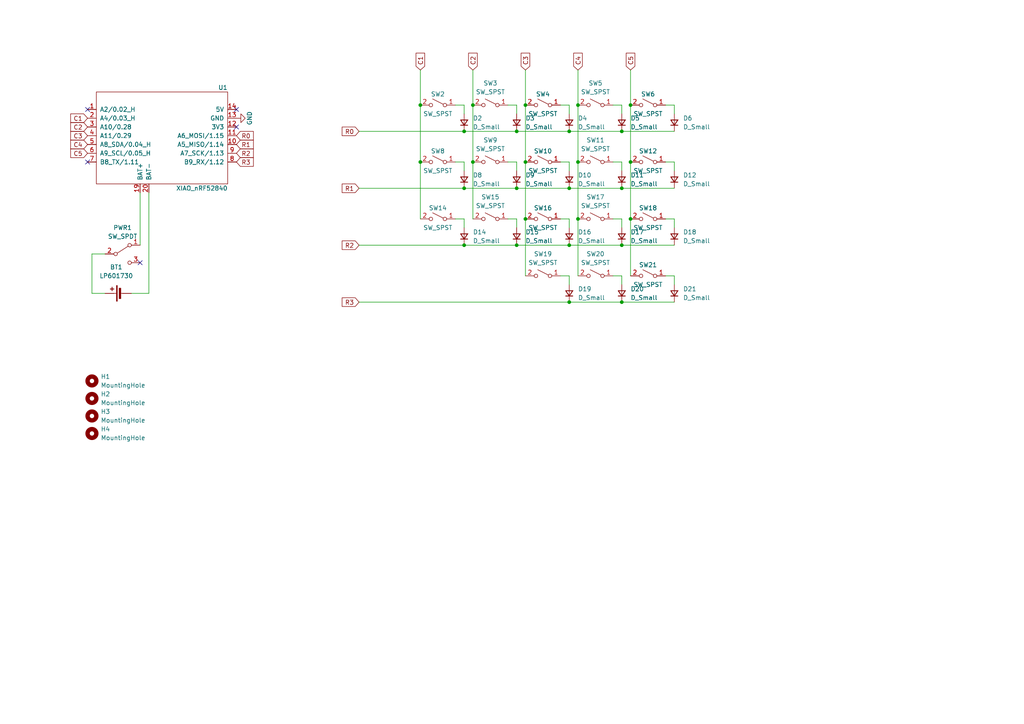
<source format=kicad_sch>
(kicad_sch (version 20231120) (generator "eeschema") (generator_version "8.0")
  (paper "A4")
  (lib_symbols
    (symbol "Device:Battery_Cell" (pin_numbers hide) (pin_names (offset 0) hide)
      (property "Reference" "BT" (at 2.54 2.54 0))
      (property "Value" "Battery_Cell" (at 2.54 0 0))
      (symbol "Battery_Cell_0_1"
        (rectangle (start -2.286 1.778) (end 2.286 1.524) (fill (type outline)))
        (rectangle (start -1.524 1.016) (end 1.524 0.508) (fill (type outline)))
        (polyline (pts (xy 0 0.762) (xy 0 0)))
        (polyline (pts (xy 0 1.778) (xy 0 2.54)))
        (polyline (pts (xy 0.762 3.048) (xy 1.778 3.048)) (stroke (width 0.254)))
        (polyline (pts (xy 1.27 3.556) (xy 1.27 2.54)) (stroke (width 0.254)))
      )
      (symbol "Battery_Cell_1_1"
        (pin passive line (at 0 5.08 270) (length 2.54) (name "+") (number "1"))
        (pin passive line (at 0 -2.54 90) (length 2.54) (name "-") (number "2"))
      )
    )
    (symbol "Two:D_Small" (pin_numbers hide) (pin_names (offset 0.254) hide)
      (property "Reference" "D" (at -1.27 2.032 0))
      (property "Value" "D_Small" (at -3.81 -2.032 0))
      (symbol "D_Small_0_1"
        (polyline (pts (xy -0.762 -1.016) (xy -0.762 1.016)) (stroke (width 0.254)))
        (polyline (pts (xy -0.762 0) (xy 0.762 0)))
        (polyline (pts (xy 0.762 -1.016) (xy -0.762 0) (xy 0.762 1.016) (xy 0.762 -1.016)) (stroke (width 0.254)))
      )
      (symbol "D_Small_1_1"
        (pin passive line (at -2.54 0 0) (length 1.778) (name "K") (number "1"))
        (pin passive line (at 2.54 0 180) (length 1.778) (name "A") (number "2"))
      )
    )
    (symbol "Two:GND" (power) (pin_names (offset 0))
      (property "Value" "GND" (at 0 -3.81 0))
      (symbol "GND_0_1"
        (polyline (pts (xy 0 0) (xy 0 -1.27) (xy 1.27 -1.27) (xy 0 -2.54) (xy -1.27 -1.27) (xy 0 -1.27)))
      )
      (symbol "GND_1_1"
        (pin power_in line (at 0 0 270) (length 0) hide (name "GND") (number "1"))
      )
    )
    (symbol "Two:MountingHole" (pin_names (offset 1.016))
      (property "Reference" "H" (at 0 5.08 0))
      (property "Value" "MountingHole" (at 0 3.175 0))
      (symbol "MountingHole_0_1"
        (circle (center 0 0) (radius 1.27) (stroke (width 1.27)))
      )
    )
    (symbol "Two:SW_SPDT" (pin_names (offset 0) hide)
      (property "Reference" "PWR" (at 0 4.318 0))
      (property "Value" "SW_SPDT" (at 0 -5.08 0))
      (symbol "SW_SPDT_0_0"
        (circle (center -2.032 0) (radius 0.508))
        (circle (center 2.032 -2.54) (radius 0.508))
      )
      (symbol "SW_SPDT_0_1"
        (polyline (pts (xy -1.524 0.254) (xy 1.651 2.286)))
        (circle (center 2.032 2.54) (radius 0.508))
      )
      (symbol "SW_SPDT_1_1"
        (pin passive line (at 5.08 2.54 180) (length 2.54) (name "A") (number "1"))
        (pin passive line (at -5.08 0 0) (length 2.54) (name "B") (number "2"))
        (pin passive line (at 5.08 -2.54 180) (length 2.54) (name "C") (number "3"))
      )
    )
    (symbol "Two:SW_SPST" (pin_names (offset 0) hide)
      (property "Reference" "SW" (at 0 3.175 0))
      (property "Value" "SW_SPST" (at 0 -2.54 0))
      (symbol "SW_SPST_0_0"
        (circle (center -2.032 0) (radius 0.508))
        (polyline (pts (xy -1.524 0.254) (xy 1.524 1.778)))
        (circle (center 2.032 0) (radius 0.508))
      )
      (symbol "SW_SPST_1_1"
        (pin passive line (at -5.08 0 0) (length 2.54) (name "A") (number "1"))
        (pin passive line (at 5.08 0 180) (length 2.54) (name "B") (number "2"))
      )
    )
    (symbol "Two:XIAO_nRF52840" (pin_names (offset 1.016))
      (property "Reference" "U" (at 19.05 13.97 0))
      (property "Value" "XIAO_nRF52840" (at 19.05 -15.24 0))
      (symbol "XIAO_nRF52840_0_1"
        (rectangle (start -19.05 12.7) (end 19.05 -13.97))
      )
      (symbol "XIAO_nRF52840_1_1"
        (pin bidirectional line (at -21.59 7.62 0) (length 2.54) (name "A2/0.02_H") (number "1"))
        (pin bidirectional line (at 21.59 -2.54 180) (length 2.54) (name "A5_MISO/1.14") (number "10"))
        (pin bidirectional line (at 21.59 0 180) (length 2.54) (name "A6_MOSI/1.15") (number "11"))
        (pin power_out line (at 21.59 2.54 180) (length 2.54) (name "3V3") (number "12"))
        (pin power_out line (at 21.59 5.08 180) (length 2.54) (name "GND") (number "13"))
        (pin power_out line (at 21.59 7.62 180) (length 2.54) (name "5V") (number "14"))
        (pin power_in line (at -6.35 -16.51 90) (length 2.54) (name "BAT+") (number "19"))
        (pin bidirectional line (at -21.59 5.08 0) (length 2.54) (name "A4/0.03_H") (number "2"))
        (pin power_in line (at -3.81 -16.51 90) (length 2.54) (name "BAT-") (number "20"))
        (pin bidirectional line (at -21.59 2.54 0) (length 2.54) (name "A10/0.28") (number "3"))
        (pin bidirectional line (at -21.59 0 0) (length 2.54) (name "A11/0.29") (number "4"))
        (pin bidirectional line (at -21.59 -2.54 0) (length 2.54) (name "A8_SDA/0.04_H") (number "5"))
        (pin bidirectional line (at -21.59 -5.08 0) (length 2.54) (name "A9_SCL/0.05_H") (number "6"))
        (pin bidirectional line (at -21.59 -7.62 0) (length 2.54) (name "B8_TX/1.11") (number "7"))
        (pin bidirectional line (at 21.59 -7.62 180) (length 2.54) (name "B9_RX/1.12") (number "8"))
        (pin bidirectional line (at 21.59 -5.08 180) (length 2.54) (name "A7_SCK/1.13") (number "9"))
      )
    )
  )
  (junction (at 165.1 38.1))
  (junction (at 137.16 46.99))
  (junction (at 134.62 54.61))
  (junction (at 152.4 30.48))
  (junction (at 180.34 38.1))
  (junction (at 165.1 54.61))
  (junction (at 165.1 87.63))
  (junction (at 167.64 63.5))
  (junction (at 152.4 46.99))
  (junction (at 180.34 71.12))
  (junction (at 134.62 71.12))
  (junction (at 137.16 30.48))
  (junction (at 134.62 38.1))
  (junction (at 149.86 71.12))
  (junction (at 149.86 54.61))
  (junction (at 121.92 46.99))
  (junction (at 182.88 63.5))
  (junction (at 180.34 87.63))
  (junction (at 121.92 30.48))
  (junction (at 182.88 30.48))
  (junction (at 182.88 46.99))
  (junction (at 165.1 71.12))
  (junction (at 167.64 46.99))
  (junction (at 149.86 38.1))
  (junction (at 180.34 54.61))
  (junction (at 152.4 63.5))
  (junction (at 167.64 30.48))
  (no_connect (at 68.58 36.83))
  (no_connect (at 40.64 76.2))
  (no_connect (at 68.58 31.75))
  (no_connect (at 25.4 46.99))
  (no_connect (at 25.4 31.75))
  (wire (pts (xy 152.4 20.32) (xy 152.4 30.48)))
  (wire (pts (xy 134.62 46.99) (xy 134.62 49.53)))
  (wire (pts (xy 149.86 38.1) (xy 165.1 38.1)))
  (wire (pts (xy 180.34 87.63) (xy 195.58 87.63)))
  (wire (pts (xy 165.1 54.61) (xy 180.34 54.61)))
  (wire (pts (xy 149.86 46.99) (xy 149.86 49.53)))
  (wire (pts (xy 193.04 30.48) (xy 195.58 30.48)))
  (wire (pts (xy 167.64 30.48) (xy 167.64 46.99)))
  (wire (pts (xy 195.58 80.01) (xy 195.58 82.55)))
  (wire (pts (xy 149.86 71.12) (xy 165.1 71.12)))
  (wire (pts (xy 165.1 87.63) (xy 180.34 87.63)))
  (wire (pts (xy 40.64 55.88) (xy 40.64 71.12)))
  (wire (pts (xy 177.8 63.5) (xy 180.34 63.5)))
  (wire (pts (xy 180.34 63.5) (xy 180.34 66.04)))
  (wire (pts (xy 180.34 71.12) (xy 195.58 71.12)))
  (wire (pts (xy 167.64 20.32) (xy 167.64 30.48)))
  (wire (pts (xy 182.88 46.99) (xy 182.88 63.5)))
  (wire (pts (xy 180.34 80.01) (xy 180.34 82.55)))
  (wire (pts (xy 121.92 20.32) (xy 121.92 30.48)))
  (wire (pts (xy 152.4 46.99) (xy 152.4 63.5)))
  (wire (pts (xy 180.34 30.48) (xy 180.34 33.02)))
  (wire (pts (xy 177.8 30.48) (xy 180.34 30.48)))
  (wire (pts (xy 104.14 54.61) (xy 134.62 54.61)))
  (wire (pts (xy 193.04 80.01) (xy 195.58 80.01)))
  (wire (pts (xy 195.58 63.5) (xy 195.58 66.04)))
  (wire (pts (xy 137.16 46.99) (xy 137.16 63.5)))
  (wire (pts (xy 152.4 63.5) (xy 152.4 80.01)))
  (wire (pts (xy 182.88 63.5) (xy 182.88 80.01)))
  (wire (pts (xy 162.56 80.01) (xy 165.1 80.01)))
  (wire (pts (xy 43.18 55.88) (xy 43.18 85.09)))
  (wire (pts (xy 165.1 63.5) (xy 165.1 66.04)))
  (wire (pts (xy 134.62 30.48) (xy 134.62 33.02)))
  (wire (pts (xy 167.64 63.5) (xy 167.64 80.01)))
  (wire (pts (xy 152.4 30.48) (xy 152.4 46.99)))
  (wire (pts (xy 134.62 38.1) (xy 149.86 38.1)))
  (wire (pts (xy 121.92 46.99) (xy 121.92 63.5)))
  (wire (pts (xy 104.14 87.63) (xy 165.1 87.63)))
  (wire (pts (xy 147.32 63.5) (xy 149.86 63.5)))
  (wire (pts (xy 195.58 46.99) (xy 195.58 49.53)))
  (wire (pts (xy 43.18 85.09) (xy 38.1 85.09)))
  (wire (pts (xy 167.64 46.99) (xy 167.64 63.5)))
  (wire (pts (xy 165.1 46.99) (xy 165.1 49.53)))
  (wire (pts (xy 134.62 54.61) (xy 149.86 54.61)))
  (wire (pts (xy 104.14 38.1) (xy 134.62 38.1)))
  (wire (pts (xy 104.14 71.12) (xy 134.62 71.12)))
  (wire (pts (xy 193.04 63.5) (xy 195.58 63.5)))
  (wire (pts (xy 162.56 46.99) (xy 165.1 46.99)))
  (wire (pts (xy 165.1 71.12) (xy 180.34 71.12)))
  (wire (pts (xy 180.34 46.99) (xy 180.34 49.53)))
  (wire (pts (xy 30.48 73.66) (xy 26.67 73.66)))
  (wire (pts (xy 132.08 46.99) (xy 134.62 46.99)))
  (wire (pts (xy 134.62 71.12) (xy 149.86 71.12)))
  (wire (pts (xy 121.92 30.48) (xy 121.92 46.99)))
  (wire (pts (xy 149.86 54.61) (xy 165.1 54.61)))
  (wire (pts (xy 182.88 20.32) (xy 182.88 30.48)))
  (wire (pts (xy 193.04 46.99) (xy 195.58 46.99)))
  (wire (pts (xy 132.08 63.5) (xy 134.62 63.5)))
  (wire (pts (xy 147.32 30.48) (xy 149.86 30.48)))
  (wire (pts (xy 149.86 63.5) (xy 149.86 66.04)))
  (wire (pts (xy 177.8 80.01) (xy 180.34 80.01)))
  (wire (pts (xy 149.86 30.48) (xy 149.86 33.02)))
  (wire (pts (xy 162.56 63.5) (xy 165.1 63.5)))
  (wire (pts (xy 137.16 20.32) (xy 137.16 30.48)))
  (wire (pts (xy 134.62 63.5) (xy 134.62 66.04)))
  (wire (pts (xy 177.8 46.99) (xy 180.34 46.99)))
  (wire (pts (xy 132.08 30.48) (xy 134.62 30.48)))
  (wire (pts (xy 26.67 85.09) (xy 30.48 85.09)))
  (wire (pts (xy 165.1 80.01) (xy 165.1 82.55)))
  (wire (pts (xy 165.1 38.1) (xy 180.34 38.1)))
  (wire (pts (xy 162.56 30.48) (xy 165.1 30.48)))
  (wire (pts (xy 180.34 54.61) (xy 195.58 54.61)))
  (wire (pts (xy 195.58 30.48) (xy 195.58 33.02)))
  (wire (pts (xy 147.32 46.99) (xy 149.86 46.99)))
  (wire (pts (xy 180.34 38.1) (xy 195.58 38.1)))
  (wire (pts (xy 26.67 73.66) (xy 26.67 85.09)))
  (wire (pts (xy 137.16 30.48) (xy 137.16 46.99)))
  (wire (pts (xy 182.88 30.48) (xy 182.88 46.99)))
  (wire (pts (xy 165.1 30.48) (xy 165.1 33.02)))
  (global_label "R2" (shape input) (at 68.58 44.45 0) (property "Intersheetrefs" "${INTERSHEET_REFS}" (effects (hide yes))))
  (global_label "R2" (shape input) (at 104.14 71.12 180) (property "Intersheetrefs" "${INTERSHEET_REFS}" (effects (hide yes))))
  (global_label "C3" (shape input) (at 25.4 39.37 180) (property "Intersheetrefs" "${INTERSHEET_REFS}" (effects (hide yes))))
  (global_label "C4" (shape input) (at 25.4 41.91 180) (property "Intersheetrefs" "${INTERSHEET_REFS}" (effects (hide yes))))
  (global_label "C5" (shape input) (at 182.88 20.32 90) (property "Intersheetrefs" "${INTERSHEET_REFS}" (effects (hide yes))))
  (global_label "R0" (shape input) (at 104.14 38.1 180) (property "Intersheetrefs" "${INTERSHEET_REFS}" (effects (hide yes))))
  (global_label "C4" (shape input) (at 167.64 20.32 90) (property "Intersheetrefs" "${INTERSHEET_REFS}" (effects (hide yes))))
  (global_label "R1" (shape input) (at 68.58 41.91 0) (property "Intersheetrefs" "${INTERSHEET_REFS}" (effects (hide yes))))
  (global_label "R1" (shape input) (at 104.14 54.61 180) (property "Intersheetrefs" "${INTERSHEET_REFS}" (effects (hide yes))))
  (global_label "R3" (shape input) (at 104.14 87.63 180) (property "Intersheetrefs" "${INTERSHEET_REFS}" (effects (hide yes))))
  (global_label "C2" (shape input) (at 25.4 36.83 180) (property "Intersheetrefs" "${INTERSHEET_REFS}" (effects (hide yes))))
  (global_label "C1" (shape input) (at 121.92 20.32 90) (property "Intersheetrefs" "${INTERSHEET_REFS}" (effects (hide yes))))
  (global_label "C2" (shape input) (at 137.16 20.32 90) (property "Intersheetrefs" "${INTERSHEET_REFS}" (effects (hide yes))))
  (global_label "R0" (shape input) (at 68.58 39.37 0) (property "Intersheetrefs" "${INTERSHEET_REFS}" (effects (hide yes))))
  (global_label "C1" (shape input) (at 25.4 34.29 180) (property "Intersheetrefs" "${INTERSHEET_REFS}" (effects (hide yes))))
  (global_label "C5" (shape input) (at 25.4 44.45 180) (property "Intersheetrefs" "${INTERSHEET_REFS}" (effects (hide yes))))
  (global_label "R3" (shape input) (at 68.58 46.99 0) (property "Intersheetrefs" "${INTERSHEET_REFS}" (effects (hide yes))))
  (global_label "C3" (shape input) (at 152.4 20.32 90) (property "Intersheetrefs" "${INTERSHEET_REFS}" (effects (hide yes))))
  (symbol (lib_id "Two:SW_SPST") (at 172.72 63.5 0) (mirror y) (unit 1)
    (property "Reference" "SW17" (at 172.72 57.15 0))
    (property "Value" "SW_SPST" (at 172.72 59.69 0))
    (property "Footprint" "Two:KS-27_KS-33_Hotswap_1U_DUAL" (effects (hide yes)))
    (property "Description" "Single Pole Single Throw (SPST) switch" (effects (hide yes)))
  )
  (symbol (lib_id "Two:MountingHole") (at 26.67 125.73 0) (unit 1)
    (property "Reference" "H4" (at 29.21 124.4599 0) (effects (justify left)))
    (property "Value" "MountingHole" (at 29.21 126.9999 0) (effects (justify left)))
    (property "Footprint" "Two:Hole_5.7mm" (effects (hide yes)))
    (property "Description" "Mounting Hole without connection" (effects (hide yes)))
  )
  (symbol (lib_id "Two:D_Small") (at 195.58 68.58 90) (unit 1)
    (property "Reference" "D18" (at 198.12 67.3099 90) (effects (justify right)))
    (property "Value" "D_Small" (at 198.12 69.8499 90) (effects (justify right)))
    (property "Footprint" "Two:Diode_TH_SMD_DUAL" (effects (hide yes)))
    (property "Description" "Diode, small symbol" (effects (hide yes)))
    (property "Sim.Device" "D" (effects (hide yes)))
    (property "Sim.Pins" "1=K 2=A" (effects (hide yes)))
  )
  (symbol (lib_id "Two:SW_SPST") (at 142.24 63.5 0) (mirror y) (unit 1)
    (property "Reference" "SW15" (at 142.24 57.15 0))
    (property "Value" "SW_SPST" (at 142.24 59.69 0))
    (property "Footprint" "Two:KS-27_KS-33_Hotswap_1U_DUAL" (effects (hide yes)))
    (property "Description" "Single Pole Single Throw (SPST) switch" (effects (hide yes)))
  )
  (symbol (lib_id "Two:D_Small") (at 134.62 35.56 90) (unit 1)
    (property "Reference" "D2" (at 137.16 34.2899 90) (effects (justify right)))
    (property "Value" "D_Small" (at 137.16 36.8299 90) (effects (justify right)))
    (property "Footprint" "Two:Diode_TH_SMD_DUAL" (effects (hide yes)))
    (property "Description" "Diode, small symbol" (effects (hide yes)))
    (property "Sim.Device" "D" (effects (hide yes)))
    (property "Sim.Pins" "1=K 2=A" (effects (hide yes)))
  )
  (symbol (lib_id "Two:SW_SPST") (at 142.24 46.99 0) (mirror y) (unit 1)
    (property "Reference" "SW9" (at 142.24 40.64 0))
    (property "Value" "SW_SPST" (at 142.24 43.18 0))
    (property "Footprint" "Two:KS-27_KS-33_Hotswap_1U_DUAL" (effects (hide yes)))
    (property "Description" "Single Pole Single Throw (SPST) switch" (effects (hide yes)))
  )
  (symbol (lib_id "Two:D_Small") (at 165.1 85.09 90) (unit 1)
    (property "Reference" "D19" (at 167.64 83.8199 90) (effects (justify right)))
    (property "Value" "D_Small" (at 167.64 86.3599 90) (effects (justify right)))
    (property "Footprint" "Two:Diode_TH_SMD_DUAL" (effects (hide yes)))
    (property "Description" "Diode, small symbol" (effects (hide yes)))
    (property "Sim.Device" "D" (effects (hide yes)))
    (property "Sim.Pins" "1=K 2=A" (effects (hide yes)))
  )
  (symbol (lib_id "Two:SW_SPDT") (at 35.56 73.66 0) (unit 1)
    (property "Reference" "PWR1" (at 35.56 66.04 0))
    (property "Value" "SW_SPDT" (at 35.56 68.58 0))
    (property "Footprint" "Two:MSK-12C02_DUAL" (effects (hide yes)))
    (property "Description" "Switch, single pole double throw" (effects (hide yes)))
  )
  (symbol (lib_id "Two:D_Small") (at 149.86 35.56 90) (unit 1)
    (property "Reference" "D3" (at 152.4 34.2899 90) (effects (justify right)))
    (property "Value" "D_Small" (at 152.4 36.8299 90) (effects (justify right)))
    (property "Footprint" "Two:Diode_TH_SMD_DUAL" (effects (hide yes)))
    (property "Description" "Diode, small symbol" (effects (hide yes)))
    (property "Sim.Device" "D" (effects (hide yes)))
    (property "Sim.Pins" "1=K 2=A" (effects (hide yes)))
  )
  (symbol (lib_id "Two:SW_SPST") (at 187.96 63.5 0) (mirror y) (unit 1)
    (property "Reference" "SW18" (at 187.96 60.325 0))
    (property "Value" "SW_SPST" (at 187.96 66.04 0))
    (property "Footprint" "Two:KS-27_KS-33_Hotswap_1U_DUAL" (effects (hide yes)))
    (property "Description" "Single Pole Single Throw (SPST) switch" (effects (hide yes)))
  )
  (symbol (lib_id "Two:SW_SPST") (at 127 30.48 0) (mirror y) (unit 1)
    (property "Reference" "SW2" (at 127 27.305 0))
    (property "Value" "SW_SPST" (at 127 33.02 0))
    (property "Footprint" "Two:KS-27_KS-33_Hotswap_1U_DUAL" (effects (hide yes)))
    (property "Description" "Single Pole Single Throw (SPST) switch" (effects (hide yes)))
  )
  (symbol (lib_id "Two:SW_SPST") (at 187.96 80.01 0) (mirror y) (unit 1)
    (property "Reference" "SW21" (at 187.96 76.835 0))
    (property "Value" "SW_SPST" (at 187.96 82.55 0))
    (property "Footprint" "Two:KS-27_KS-33_Hotswap_1U_DUAL" (effects (hide yes)))
    (property "Description" "Single Pole Single Throw (SPST) switch" (effects (hide yes)))
  )
  (symbol (lib_id "Two:SW_SPST") (at 187.96 46.99 0) (mirror y) (unit 1)
    (property "Reference" "SW12" (at 187.96 43.815 0))
    (property "Value" "SW_SPST" (at 187.96 49.53 0))
    (property "Footprint" "Two:KS-27_KS-33_Hotswap_1U_DUAL" (effects (hide yes)))
    (property "Description" "Single Pole Single Throw (SPST) switch" (effects (hide yes)))
  )
  (symbol (lib_id "Two:D_Small") (at 195.58 35.56 90) (unit 1)
    (property "Reference" "D6" (at 198.12 34.2899 90) (effects (justify right)))
    (property "Value" "D_Small" (at 198.12 36.8299 90) (effects (justify right)))
    (property "Footprint" "Two:Diode_TH_SMD_DUAL" (effects (hide yes)))
    (property "Description" "Diode, small symbol" (effects (hide yes)))
    (property "Sim.Device" "D" (effects (hide yes)))
    (property "Sim.Pins" "1=K 2=A" (effects (hide yes)))
  )
  (symbol (lib_id "Two:SW_SPST") (at 127 63.5 0) (mirror y) (unit 1)
    (property "Reference" "SW14" (at 127 60.325 0))
    (property "Value" "SW_SPST" (at 127 66.04 0))
    (property "Footprint" "Two:KS-27_KS-33_Hotswap_1U_DUAL" (effects (hide yes)))
    (property "Description" "Single Pole Single Throw (SPST) switch" (effects (hide yes)))
  )
  (symbol (lib_id "Two:SW_SPST") (at 142.24 30.48 0) (mirror y) (unit 1)
    (property "Reference" "SW3" (at 142.24 24.13 0))
    (property "Value" "SW_SPST" (at 142.24 26.67 0))
    (property "Footprint" "Two:KS-27_KS-33_Hotswap_1U_DUAL" (effects (hide yes)))
    (property "Description" "Single Pole Single Throw (SPST) switch" (effects (hide yes)))
  )
  (symbol (lib_id "Two:D_Small") (at 165.1 35.56 90) (unit 1)
    (property "Reference" "D4" (at 167.64 34.2899 90) (effects (justify right)))
    (property "Value" "D_Small" (at 167.64 36.8299 90) (effects (justify right)))
    (property "Footprint" "Two:Diode_TH_SMD_DUAL" (effects (hide yes)))
    (property "Description" "Diode, small symbol" (effects (hide yes)))
    (property "Sim.Device" "D" (effects (hide yes)))
    (property "Sim.Pins" "1=K 2=A" (effects (hide yes)))
  )
  (symbol (lib_id "Two:D_Small") (at 180.34 52.07 90) (unit 1)
    (property "Reference" "D11" (at 182.88 50.7999 90) (effects (justify right)))
    (property "Value" "D_Small" (at 182.88 53.3399 90) (effects (justify right)))
    (property "Footprint" "Two:Diode_TH_SMD_DUAL" (effects (hide yes)))
    (property "Description" "Diode, small symbol" (effects (hide yes)))
    (property "Sim.Device" "D" (effects (hide yes)))
    (property "Sim.Pins" "1=K 2=A" (effects (hide yes)))
  )
  (symbol (lib_id "Two:MountingHole") (at 26.67 115.57 0) (unit 1)
    (property "Reference" "H2" (at 29.21 114.2999 0) (effects (justify left)))
    (property "Value" "MountingHole" (at 29.21 116.8399 0) (effects (justify left)))
    (property "Footprint" "Two:Hole_5.7mm" (effects (hide yes)))
    (property "Description" "Mounting Hole without connection" (effects (hide yes)))
  )
  (symbol (lib_id "Two:D_Small") (at 149.86 52.07 90) (unit 1)
    (property "Reference" "D9" (at 152.4 50.7999 90) (effects (justify right)))
    (property "Value" "D_Small" (at 152.4 53.3399 90) (effects (justify right)))
    (property "Footprint" "Two:Diode_TH_SMD_DUAL" (effects (hide yes)))
    (property "Description" "Diode, small symbol" (effects (hide yes)))
    (property "Sim.Device" "D" (effects (hide yes)))
    (property "Sim.Pins" "1=K 2=A" (effects (hide yes)))
  )
  (symbol (lib_id "Two:GND") (at 68.58 34.29 90) (unit 1)
    (property "Reference" "#PWR03" (effects (hide yes)))
    (property "Value" "GND" (at 72.39 34.29 0))
    (property "Description" "Power symbol creates a global label with name \"GND\" , ground" (effects (hide yes)))
  )
  (symbol (lib_id "Two:D_Small") (at 165.1 68.58 90) (unit 1)
    (property "Reference" "D16" (at 167.64 67.3099 90) (effects (justify right)))
    (property "Value" "D_Small" (at 167.64 69.8499 90) (effects (justify right)))
    (property "Footprint" "Two:Diode_TH_SMD_DUAL" (effects (hide yes)))
    (property "Description" "Diode, small symbol" (effects (hide yes)))
    (property "Sim.Device" "D" (effects (hide yes)))
    (property "Sim.Pins" "1=K 2=A" (effects (hide yes)))
  )
  (symbol (lib_id "Two:XIAO_nRF52840") (at 46.99 39.37 0) (unit 1)
    (property "Reference" "U1" (at 66.04 25.4 0) (effects (justify right)))
    (property "Value" "XIAO_nRF52840" (at 66.04 54.61 0) (effects (justify right)))
    (property "Footprint" "Two:XIAO_nRF52840_DUAL_WINDOW_NO_CAP" (effects (hide yes)))
  )
  (symbol (lib_id "Two:MountingHole") (at 26.67 120.65 0) (unit 1)
    (property "Reference" "H3" (at 29.21 119.3799 0) (effects (justify left)))
    (property "Value" "MountingHole" (at 29.21 121.9199 0) (effects (justify left)))
    (property "Footprint" "Two:Hole_5.7mm" (effects (hide yes)))
    (property "Description" "Mounting Hole without connection" (effects (hide yes)))
  )
  (symbol (lib_id "Two:SW_SPST") (at 187.96 30.48 0) (mirror y) (unit 1)
    (property "Reference" "SW6" (at 187.96 27.305 0))
    (property "Value" "SW_SPST" (at 187.96 33.02 0))
    (property "Footprint" "Two:KS-27_KS-33_Hotswap_1U_DUAL" (effects (hide yes)))
    (property "Description" "Single Pole Single Throw (SPST) switch" (effects (hide yes)))
  )
  (symbol (lib_id "Two:SW_SPST") (at 172.72 46.99 0) (mirror y) (unit 1)
    (property "Reference" "SW11" (at 172.72 40.64 0))
    (property "Value" "SW_SPST" (at 172.72 43.18 0))
    (property "Footprint" "Two:KS-27_KS-33_Hotswap_1U_DUAL" (effects (hide yes)))
    (property "Description" "Single Pole Single Throw (SPST) switch" (effects (hide yes)))
  )
  (symbol (lib_id "Two:SW_SPST") (at 157.48 63.5 0) (mirror y) (unit 1)
    (property "Reference" "SW16" (at 157.48 60.325 0))
    (property "Value" "SW_SPST" (at 157.48 66.04 0))
    (property "Footprint" "Two:KS-27_KS-33_Hotswap_1U_DUAL" (effects (hide yes)))
    (property "Description" "Single Pole Single Throw (SPST) switch" (effects (hide yes)))
  )
  (symbol (lib_id "Two:D_Small") (at 195.58 85.09 90) (unit 1)
    (property "Reference" "D21" (at 198.12 83.8199 90) (effects (justify right)))
    (property "Value" "D_Small" (at 198.12 86.3599 90) (effects (justify right)))
    (property "Footprint" "Two:Diode_TH_SMD_DUAL" (effects (hide yes)))
    (property "Description" "Diode, small symbol" (effects (hide yes)))
    (property "Sim.Device" "D" (effects (hide yes)))
    (property "Sim.Pins" "1=K 2=A" (effects (hide yes)))
  )
  (symbol (lib_id "Two:D_Small") (at 134.62 52.07 90) (unit 1)
    (property "Reference" "D8" (at 137.16 50.7999 90) (effects (justify right)))
    (property "Value" "D_Small" (at 137.16 53.3399 90) (effects (justify right)))
    (property "Footprint" "Two:Diode_TH_SMD_DUAL" (effects (hide yes)))
    (property "Description" "Diode, small symbol" (effects (hide yes)))
    (property "Sim.Device" "D" (effects (hide yes)))
    (property "Sim.Pins" "1=K 2=A" (effects (hide yes)))
  )
  (symbol (lib_id "Two:SW_SPST") (at 157.48 30.48 0) (mirror y) (unit 1)
    (property "Reference" "SW4" (at 157.48 27.305 0))
    (property "Value" "SW_SPST" (at 157.48 33.02 0))
    (property "Footprint" "Two:KS-27_KS-33_Hotswap_1U_DUAL" (effects (hide yes)))
    (property "Description" "Single Pole Single Throw (SPST) switch" (effects (hide yes)))
  )
  (symbol (lib_id "Two:D_Small") (at 180.34 68.58 90) (unit 1)
    (property "Reference" "D17" (at 182.88 67.3099 90) (effects (justify right)))
    (property "Value" "D_Small" (at 182.88 69.8499 90) (effects (justify right)))
    (property "Footprint" "Two:Diode_TH_SMD_DUAL" (effects (hide yes)))
    (property "Description" "Diode, small symbol" (effects (hide yes)))
    (property "Sim.Device" "D" (effects (hide yes)))
    (property "Sim.Pins" "1=K 2=A" (effects (hide yes)))
  )
  (symbol (lib_id "Two:SW_SPST") (at 127 46.99 0) (mirror y) (unit 1)
    (property "Reference" "SW8" (at 127 43.815 0))
    (property "Value" "SW_SPST" (at 127 49.53 0))
    (property "Footprint" "Two:KS-27_KS-33_Hotswap_1U_DUAL" (effects (hide yes)))
    (property "Description" "Single Pole Single Throw (SPST) switch" (effects (hide yes)))
  )
  (symbol (lib_id "Two:SW_SPST") (at 157.48 80.01 0) (mirror y) (unit 1)
    (property "Reference" "SW19" (at 157.48 73.66 0))
    (property "Value" "SW_SPST" (at 157.48 76.2 0))
    (property "Footprint" "Two:KS-27_KS-33_Hotswap_1U_DUAL" (effects (hide yes)))
    (property "Description" "Single Pole Single Throw (SPST) switch" (effects (hide yes)))
  )
  (symbol (lib_id "Two:D_Small") (at 195.58 52.07 90) (unit 1)
    (property "Reference" "D12" (at 198.12 50.7999 90) (effects (justify right)))
    (property "Value" "D_Small" (at 198.12 53.3399 90) (effects (justify right)))
    (property "Footprint" "Two:Diode_TH_SMD_DUAL" (effects (hide yes)))
    (property "Description" "Diode, small symbol" (effects (hide yes)))
    (property "Sim.Device" "D" (effects (hide yes)))
    (property "Sim.Pins" "1=K 2=A" (effects (hide yes)))
  )
  (symbol (lib_id "Device:Battery_Cell") (at 35.56 85.09 90) (unit 1)
    (property "Reference" "BT1" (at 33.7185 77.47 90))
    (property "Value" "LP601730" (at 33.7185 80.01 90))
    (property "Footprint" "Two:lp601730" (effects (hide yes)))
    (property "Description" "Single-cell battery" (effects (hide yes)))
  )
  (symbol (lib_id "Two:D_Small") (at 149.86 68.58 90) (unit 1)
    (property "Reference" "D15" (at 152.4 67.3099 90) (effects (justify right)))
    (property "Value" "D_Small" (at 152.4 69.8499 90) (effects (justify right)))
    (property "Footprint" "Two:Diode_TH_SMD_DUAL" (effects (hide yes)))
    (property "Description" "Diode, small symbol" (effects (hide yes)))
    (property "Sim.Device" "D" (effects (hide yes)))
    (property "Sim.Pins" "1=K 2=A" (effects (hide yes)))
  )
  (symbol (lib_id "Two:SW_SPST") (at 157.48 46.99 0) (mirror y) (unit 1)
    (property "Reference" "SW10" (at 157.48 43.815 0))
    (property "Value" "SW_SPST" (at 157.48 49.53 0))
    (property "Footprint" "Two:KS-27_KS-33_Hotswap_1U_DUAL" (effects (hide yes)))
    (property "Description" "Single Pole Single Throw (SPST) switch" (effects (hide yes)))
  )
  (symbol (lib_id "Two:D_Small") (at 180.34 85.09 90) (unit 1)
    (property "Reference" "D20" (at 182.88 83.8199 90) (effects (justify right)))
    (property "Value" "D_Small" (at 182.88 86.3599 90) (effects (justify right)))
    (property "Footprint" "Two:Diode_TH_SMD_DUAL" (effects (hide yes)))
    (property "Description" "Diode, small symbol" (effects (hide yes)))
    (property "Sim.Device" "D" (effects (hide yes)))
    (property "Sim.Pins" "1=K 2=A" (effects (hide yes)))
  )
  (symbol (lib_id "Two:SW_SPST") (at 172.72 80.01 0) (mirror y) (unit 1)
    (property "Reference" "SW20" (at 172.72 73.66 0))
    (property "Value" "SW_SPST" (at 172.72 76.2 0))
    (property "Footprint" "Two:KS-27_KS-33_Hotswap_1U_DUAL" (effects (hide yes)))
    (property "Description" "Single Pole Single Throw (SPST) switch" (effects (hide yes)))
  )
  (symbol (lib_id "Two:MountingHole") (at 26.67 110.49 0) (unit 1)
    (property "Reference" "H1" (at 29.21 109.2199 0) (effects (justify left)))
    (property "Value" "MountingHole" (at 29.21 111.7599 0) (effects (justify left)))
    (property "Footprint" "Two:Hole_5.7mm" (effects (hide yes)))
    (property "Description" "Mounting Hole without connection" (effects (hide yes)))
  )
  (symbol (lib_id "Two:SW_SPST") (at 172.72 30.48 0) (mirror y) (unit 1)
    (property "Reference" "SW5" (at 172.72 24.13 0))
    (property "Value" "SW_SPST" (at 172.72 26.67 0))
    (property "Footprint" "Two:KS-27_KS-33_Hotswap_1U_DUAL" (effects (hide yes)))
    (property "Description" "Single Pole Single Throw (SPST) switch" (effects (hide yes)))
  )
  (symbol (lib_id "Two:D_Small") (at 165.1 52.07 90) (unit 1)
    (property "Reference" "D10" (at 167.64 50.7999 90) (effects (justify right)))
    (property "Value" "D_Small" (at 167.64 53.3399 90) (effects (justify right)))
    (property "Footprint" "Two:Diode_TH_SMD_DUAL" (effects (hide yes)))
    (property "Description" "Diode, small symbol" (effects (hide yes)))
    (property "Sim.Device" "D" (effects (hide yes)))
    (property "Sim.Pins" "1=K 2=A" (effects (hide yes)))
  )
  (symbol (lib_id "Two:D_Small") (at 180.34 35.56 90) (unit 1)
    (property "Reference" "D5" (at 182.88 34.2899 90) (effects (justify right)))
    (property "Value" "D_Small" (at 182.88 36.8299 90) (effects (justify right)))
    (property "Footprint" "Two:Diode_TH_SMD_DUAL" (effects (hide yes)))
    (property "Description" "Diode, small symbol" (effects (hide yes)))
    (property "Sim.Device" "D" (effects (hide yes)))
    (property "Sim.Pins" "1=K 2=A" (effects (hide yes)))
  )
  (symbol (lib_id "Two:D_Small") (at 134.62 68.58 90) (unit 1)
    (property "Reference" "D14" (at 137.16 67.3099 90) (effects (justify right)))
    (property "Value" "D_Small" (at 137.16 69.8499 90) (effects (justify right)))
    (property "Footprint" "Two:Diode_TH_SMD_DUAL" (effects (hide yes)))
    (property "Description" "Diode, small symbol" (effects (hide yes)))
    (property "Sim.Device" "D" (effects (hide yes)))
    (property "Sim.Pins" "1=K 2=A" (effects (hide yes)))
  )
)
</source>
